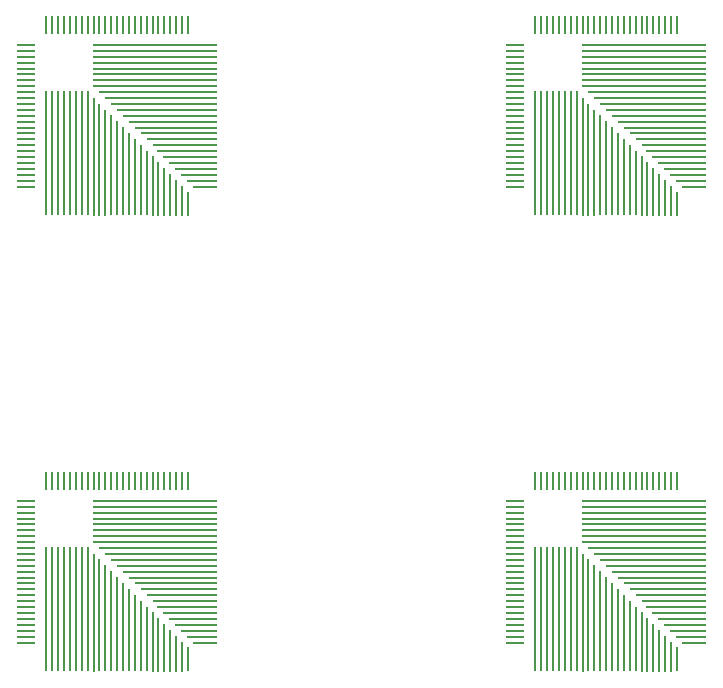
<source format=gtp>
G04*
G04 #@! TF.GenerationSoftware,Altium Limited,Altium Designer,22.0.2 (36)*
G04*
G04 Layer_Color=8421504*
%FSLAX44Y44*%
%MOMM*%
G71*
G04*
G04 #@! TF.SameCoordinates,7C54838C-0965-49BE-8F7A-A0EB361EFC81*
G04*
G04*
G04 #@! TF.FilePolarity,Positive*
G04*
G01*
G75*
%ADD10R,7.0000X0.2800*%
%ADD11R,7.5000X0.2800*%
%ADD12R,0.2800X4.0500*%
%ADD13R,0.2800X4.5500*%
%ADD14R,0.2800X6.5000*%
%ADD15R,1.5600X0.2800*%
%ADD16R,0.2800X10.5600*%
%ADD17R,0.2800X10.0000*%
%ADD18R,0.2800X9.5000*%
%ADD19R,0.2800X9.0000*%
%ADD20R,0.2800X8.5000*%
%ADD21R,0.2800X8.0000*%
%ADD22R,0.2800X7.5000*%
%ADD23R,0.2800X7.0000*%
%ADD24R,0.2800X6.0000*%
%ADD25R,0.2800X5.5000*%
%ADD26R,0.2800X5.0500*%
%ADD27R,0.2800X3.5500*%
%ADD28R,0.2800X3.0500*%
%ADD29R,0.2800X2.5500*%
%ADD30R,0.2800X2.0500*%
%ADD31R,2.0500X0.2800*%
%ADD32R,2.5500X0.2800*%
%ADD33R,3.0500X0.2800*%
%ADD34R,3.5500X0.2800*%
%ADD35R,4.0500X0.2800*%
%ADD36R,4.5500X0.2800*%
%ADD37R,5.0500X0.2800*%
%ADD38R,5.5000X0.2800*%
%ADD39R,6.0000X0.2800*%
%ADD40R,6.5000X0.2800*%
%ADD41R,8.0000X0.2800*%
%ADD42R,8.5000X0.2800*%
%ADD43R,9.0000X0.2800*%
%ADD44R,9.5000X0.2800*%
%ADD45R,10.0000X0.2800*%
%ADD46R,10.5600X0.2800*%
%ADD47R,0.2800X1.5600*%
D10*
X259792Y183000D02*
D03*
X673792D02*
D03*
X259792Y569000D02*
D03*
X673792D02*
D03*
D11*
X257292Y188000D02*
D03*
X671292D02*
D03*
X257292Y574000D02*
D03*
X671292D02*
D03*
D12*
X250193Y128650D02*
D03*
X664193D02*
D03*
X250193Y514650D02*
D03*
X664193D02*
D03*
D13*
X245193Y131150D02*
D03*
X659193D02*
D03*
X245193Y517150D02*
D03*
X659193D02*
D03*
D14*
X225193Y140900D02*
D03*
X639193D02*
D03*
X225193Y526900D02*
D03*
X639193D02*
D03*
D15*
X133392Y253000D02*
D03*
Y248000D02*
D03*
Y243000D02*
D03*
Y238000D02*
D03*
Y233000D02*
D03*
Y228000D02*
D03*
Y223000D02*
D03*
Y218000D02*
D03*
Y213000D02*
D03*
Y208000D02*
D03*
Y203000D02*
D03*
Y198000D02*
D03*
Y193000D02*
D03*
Y188000D02*
D03*
Y183000D02*
D03*
Y178000D02*
D03*
Y173000D02*
D03*
Y168000D02*
D03*
Y163000D02*
D03*
Y158000D02*
D03*
Y153000D02*
D03*
Y148000D02*
D03*
Y143000D02*
D03*
Y138000D02*
D03*
Y133000D02*
D03*
X547393Y253000D02*
D03*
Y248000D02*
D03*
Y243000D02*
D03*
Y238000D02*
D03*
Y233000D02*
D03*
Y228000D02*
D03*
Y223000D02*
D03*
Y218000D02*
D03*
Y213000D02*
D03*
Y208000D02*
D03*
Y203000D02*
D03*
Y198000D02*
D03*
Y193000D02*
D03*
Y188000D02*
D03*
Y183000D02*
D03*
Y178000D02*
D03*
Y173000D02*
D03*
Y168000D02*
D03*
Y163000D02*
D03*
Y158000D02*
D03*
Y153000D02*
D03*
Y148000D02*
D03*
Y143000D02*
D03*
Y138000D02*
D03*
Y133000D02*
D03*
X133392Y639000D02*
D03*
Y634000D02*
D03*
Y629000D02*
D03*
Y624000D02*
D03*
Y619000D02*
D03*
Y614000D02*
D03*
Y609000D02*
D03*
Y604000D02*
D03*
Y599000D02*
D03*
Y594000D02*
D03*
Y589000D02*
D03*
Y584000D02*
D03*
Y579000D02*
D03*
Y574000D02*
D03*
Y569000D02*
D03*
Y564000D02*
D03*
Y559000D02*
D03*
Y554000D02*
D03*
Y549000D02*
D03*
Y544000D02*
D03*
Y539000D02*
D03*
Y534000D02*
D03*
Y529000D02*
D03*
Y524000D02*
D03*
Y519000D02*
D03*
X547393Y639000D02*
D03*
Y634000D02*
D03*
Y629000D02*
D03*
Y624000D02*
D03*
Y619000D02*
D03*
Y614000D02*
D03*
Y609000D02*
D03*
Y604000D02*
D03*
Y599000D02*
D03*
Y594000D02*
D03*
Y589000D02*
D03*
Y584000D02*
D03*
Y579000D02*
D03*
Y574000D02*
D03*
Y569000D02*
D03*
Y564000D02*
D03*
Y559000D02*
D03*
Y554000D02*
D03*
Y549000D02*
D03*
Y544000D02*
D03*
Y539000D02*
D03*
Y534000D02*
D03*
Y529000D02*
D03*
Y524000D02*
D03*
Y519000D02*
D03*
D16*
X160193Y161200D02*
D03*
X165193D02*
D03*
X170193D02*
D03*
X175193D02*
D03*
X180193D02*
D03*
X185193D02*
D03*
X150192D02*
D03*
X155192D02*
D03*
X574193D02*
D03*
X579193D02*
D03*
X584193D02*
D03*
X589193D02*
D03*
X594193D02*
D03*
X599193D02*
D03*
X564193D02*
D03*
X569193D02*
D03*
X160193Y547200D02*
D03*
X165193D02*
D03*
X170193D02*
D03*
X175193D02*
D03*
X180193D02*
D03*
X185193D02*
D03*
X150192D02*
D03*
X155192D02*
D03*
X574193D02*
D03*
X579193D02*
D03*
X584193D02*
D03*
X589193D02*
D03*
X594193D02*
D03*
X599193D02*
D03*
X564193D02*
D03*
X569193D02*
D03*
D17*
X190193Y158400D02*
D03*
X604193D02*
D03*
X190193Y544400D02*
D03*
X604193D02*
D03*
D18*
X195193Y155900D02*
D03*
X609193D02*
D03*
X195193Y541900D02*
D03*
X609193D02*
D03*
D19*
X200193Y153400D02*
D03*
X614193D02*
D03*
X200193Y539400D02*
D03*
X614193D02*
D03*
D20*
X205193Y150900D02*
D03*
X619193D02*
D03*
X205193Y536900D02*
D03*
X619193D02*
D03*
D21*
X210193Y148400D02*
D03*
X624193D02*
D03*
X210193Y534400D02*
D03*
X624193D02*
D03*
D22*
X215193Y145900D02*
D03*
X629193D02*
D03*
X215193Y531900D02*
D03*
X629193D02*
D03*
D23*
X220193Y143400D02*
D03*
X634193D02*
D03*
X220193Y529400D02*
D03*
X634193D02*
D03*
D24*
X230193Y138400D02*
D03*
X644193D02*
D03*
X230193Y524400D02*
D03*
X644193D02*
D03*
D25*
X235193Y135900D02*
D03*
X649193D02*
D03*
X235193Y521900D02*
D03*
X649193D02*
D03*
D26*
X240193Y133650D02*
D03*
X654193D02*
D03*
X240193Y519650D02*
D03*
X654193D02*
D03*
D27*
X255193Y126150D02*
D03*
X669193D02*
D03*
X255193Y512150D02*
D03*
X669193D02*
D03*
D28*
X260193Y123650D02*
D03*
X674193D02*
D03*
X260193Y509650D02*
D03*
X674193D02*
D03*
D29*
X265193Y121150D02*
D03*
X679193D02*
D03*
X265193Y507150D02*
D03*
X679193D02*
D03*
D30*
X270193Y118650D02*
D03*
X684193D02*
D03*
X270193Y504650D02*
D03*
X684193D02*
D03*
D31*
X284543Y133000D02*
D03*
X698542D02*
D03*
X284543Y519000D02*
D03*
X698542D02*
D03*
D32*
X282043Y138000D02*
D03*
X696042D02*
D03*
X282043Y524000D02*
D03*
X696042D02*
D03*
D33*
X279543Y143000D02*
D03*
X693542D02*
D03*
X279543Y529000D02*
D03*
X693542D02*
D03*
D34*
X277043Y148000D02*
D03*
X691042D02*
D03*
X277043Y534000D02*
D03*
X691042D02*
D03*
D35*
X274543Y153000D02*
D03*
X688542D02*
D03*
X274543Y539000D02*
D03*
X688542D02*
D03*
D36*
X272043Y158000D02*
D03*
X686042D02*
D03*
X272043Y544000D02*
D03*
X686042D02*
D03*
D37*
X269543Y163000D02*
D03*
X683542D02*
D03*
X269543Y549000D02*
D03*
X683542D02*
D03*
D38*
X267292Y168000D02*
D03*
X681292D02*
D03*
X267292Y554000D02*
D03*
X681292D02*
D03*
D39*
X264792Y173000D02*
D03*
X678792D02*
D03*
X264792Y559000D02*
D03*
X678792D02*
D03*
D40*
X262292Y178000D02*
D03*
X676292D02*
D03*
X262292Y564000D02*
D03*
X676292D02*
D03*
D41*
X254792Y193000D02*
D03*
X668792D02*
D03*
X254792Y579000D02*
D03*
X668792D02*
D03*
D42*
X252292Y198000D02*
D03*
X666292D02*
D03*
X252292Y584000D02*
D03*
X666292D02*
D03*
D43*
X249792Y203000D02*
D03*
X663792D02*
D03*
X249792Y589000D02*
D03*
X663792D02*
D03*
D44*
X247292Y208000D02*
D03*
X661292D02*
D03*
X247292Y594000D02*
D03*
X661292D02*
D03*
D45*
X244792Y213000D02*
D03*
X658792D02*
D03*
X244792Y599000D02*
D03*
X658792D02*
D03*
D46*
X241992Y218000D02*
D03*
Y223000D02*
D03*
Y228000D02*
D03*
Y233000D02*
D03*
Y238000D02*
D03*
Y243000D02*
D03*
Y248000D02*
D03*
Y253000D02*
D03*
X655993Y218000D02*
D03*
Y223000D02*
D03*
Y228000D02*
D03*
Y233000D02*
D03*
Y238000D02*
D03*
Y243000D02*
D03*
Y248000D02*
D03*
Y253000D02*
D03*
X241992Y604000D02*
D03*
Y609000D02*
D03*
Y614000D02*
D03*
Y619000D02*
D03*
Y624000D02*
D03*
Y629000D02*
D03*
Y634000D02*
D03*
Y639000D02*
D03*
X655993Y604000D02*
D03*
Y609000D02*
D03*
Y614000D02*
D03*
Y619000D02*
D03*
Y624000D02*
D03*
Y629000D02*
D03*
Y634000D02*
D03*
Y639000D02*
D03*
D47*
X270193Y269800D02*
D03*
X265193D02*
D03*
X260193D02*
D03*
X255193D02*
D03*
X250193D02*
D03*
X245193D02*
D03*
X240193D02*
D03*
X235193D02*
D03*
X230193D02*
D03*
X225193D02*
D03*
X220193D02*
D03*
X215193D02*
D03*
X210193D02*
D03*
X205193D02*
D03*
X200193D02*
D03*
X195193D02*
D03*
X190193D02*
D03*
X185193D02*
D03*
X180193D02*
D03*
X175193D02*
D03*
X170193D02*
D03*
X165193D02*
D03*
X160193D02*
D03*
X155192D02*
D03*
X150192D02*
D03*
X684193D02*
D03*
X679193D02*
D03*
X674193D02*
D03*
X669193D02*
D03*
X664193D02*
D03*
X659193D02*
D03*
X654193D02*
D03*
X649193D02*
D03*
X644193D02*
D03*
X639193D02*
D03*
X634193D02*
D03*
X629193D02*
D03*
X624193D02*
D03*
X619193D02*
D03*
X614193D02*
D03*
X609193D02*
D03*
X604193D02*
D03*
X599193D02*
D03*
X594193D02*
D03*
X589193D02*
D03*
X584193D02*
D03*
X579193D02*
D03*
X574193D02*
D03*
X569193D02*
D03*
X564193D02*
D03*
X270193Y655800D02*
D03*
X265193D02*
D03*
X260193D02*
D03*
X255193D02*
D03*
X250193D02*
D03*
X245193D02*
D03*
X240193D02*
D03*
X235193D02*
D03*
X230193D02*
D03*
X225193D02*
D03*
X220193D02*
D03*
X215193D02*
D03*
X210193D02*
D03*
X205193D02*
D03*
X200193D02*
D03*
X195193D02*
D03*
X190193D02*
D03*
X185193D02*
D03*
X180193D02*
D03*
X175193D02*
D03*
X170193D02*
D03*
X165193D02*
D03*
X160193D02*
D03*
X155192D02*
D03*
X150192D02*
D03*
X684193D02*
D03*
X679193D02*
D03*
X674193D02*
D03*
X669193D02*
D03*
X664193D02*
D03*
X659193D02*
D03*
X654193D02*
D03*
X649193D02*
D03*
X644193D02*
D03*
X639193D02*
D03*
X634193D02*
D03*
X629193D02*
D03*
X624193D02*
D03*
X619193D02*
D03*
X614193D02*
D03*
X609193D02*
D03*
X604193D02*
D03*
X599193D02*
D03*
X594193D02*
D03*
X589193D02*
D03*
X584193D02*
D03*
X579193D02*
D03*
X574193D02*
D03*
X569193D02*
D03*
X564193D02*
D03*
M02*

</source>
